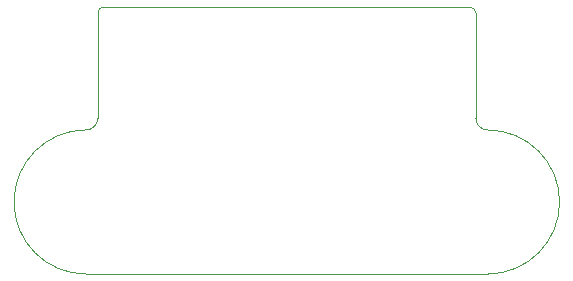
<source format=gbr>
G04 #@! TF.GenerationSoftware,KiCad,Pcbnew,(5.1.12)-1*
G04 #@! TF.CreationDate,2021-12-10T15:04:00-05:00*
G04 #@! TF.ProjectId,CANJunction,43414e4a-756e-4637-9469-6f6e2e6b6963,01*
G04 #@! TF.SameCoordinates,Original*
G04 #@! TF.FileFunction,Profile,NP*
%FSLAX46Y46*%
G04 Gerber Fmt 4.6, Leading zero omitted, Abs format (unit mm)*
G04 Created by KiCad (PCBNEW (5.1.12)-1) date 2021-12-10 15:04:00*
%MOMM*%
%LPD*%
G01*
G04 APERTURE LIST*
G04 #@! TA.AperFunction,Profile*
%ADD10C,0.050000*%
G04 #@! TD*
G04 APERTURE END LIST*
D10*
X158500000Y-49500000D02*
G75*
G02*
X159000000Y-50000000I0J-500000D01*
G01*
X127000000Y-50000000D02*
G75*
G02*
X127500000Y-49500000I500000J0D01*
G01*
X127000000Y-58900000D02*
G75*
G02*
X126000000Y-59900000I-1000000J0D01*
G01*
X126000000Y-72100000D02*
X160000000Y-72100000D01*
X160000000Y-59900000D02*
G75*
G02*
X159000000Y-58900000I0J1000000D01*
G01*
X160000000Y-59900000D02*
G75*
G02*
X160000000Y-72100000I0J-6100000D01*
G01*
X126000000Y-72100000D02*
G75*
G02*
X126000000Y-59900000I0J6100000D01*
G01*
X127000000Y-58900000D02*
X127000000Y-50000000D01*
X159000000Y-50000000D02*
X159000000Y-58900000D01*
X127500000Y-49500000D02*
X158500000Y-49500000D01*
M02*

</source>
